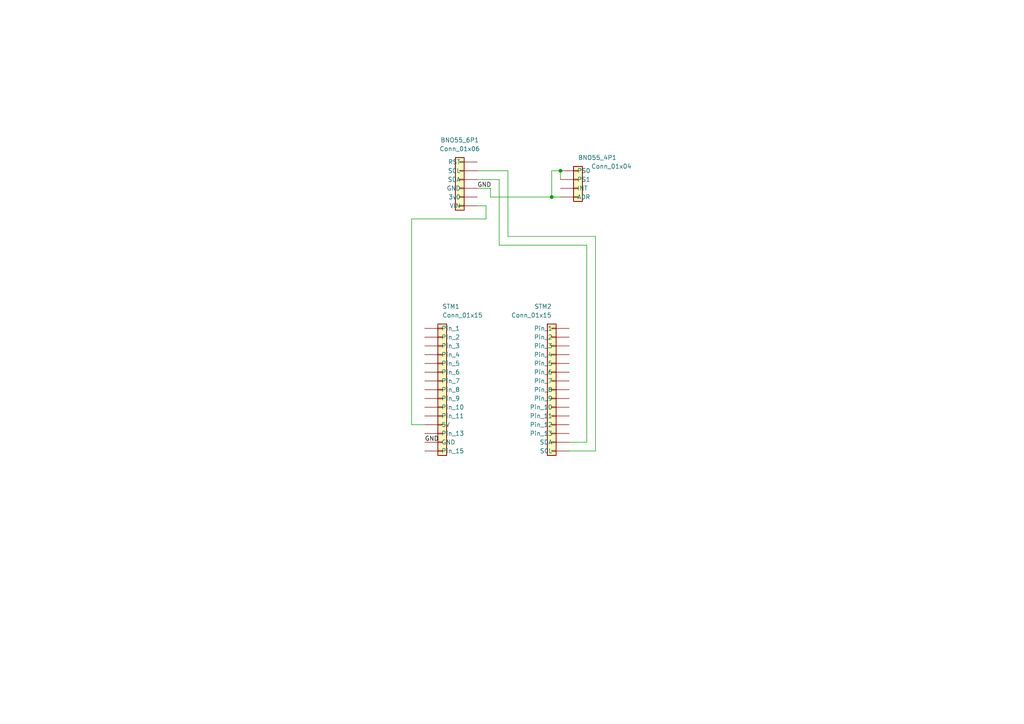
<source format=kicad_sch>
(kicad_sch (version 20211123) (generator eeschema)
  (paper "A4")
  (lib_symbols
    (symbol "Conn_01x15_1" (pin_numbers hide) (pin_names (offset 1.016))
      (property "Reference" "STM" (at 2.54 1.2701 0))
      (property "Value" "Conn_01x15_1" (at 2.54 -1.2699 0))
      (symbol "Conn_01x15_1_1_1"
        (rectangle (start -1.27 -17.653) (end 0 -17.907) (stroke (width 0.1524)))
        (rectangle (start -1.27 -15.113) (end 0 -15.367) (stroke (width 0.1524)))
        (rectangle (start -1.27 -12.573) (end 0 -12.827) (stroke (width 0.1524)))
        (rectangle (start -1.27 -10.033) (end 0 -10.287) (stroke (width 0.1524)))
        (rectangle (start -1.27 -7.493) (end 0 -7.747) (stroke (width 0.1524)))
        (rectangle (start -1.27 -4.953) (end 0 -5.207) (stroke (width 0.1524)))
        (rectangle (start -1.27 -2.413) (end 0 -2.667) (stroke (width 0.1524)))
        (rectangle (start -1.27 0.127) (end 0 -0.127) (stroke (width 0.1524)))
        (rectangle (start -1.27 2.667) (end 0 2.413) (stroke (width 0.1524)))
        (rectangle (start -1.27 5.207) (end 0 4.953) (stroke (width 0.1524)))
        (rectangle (start -1.27 7.747) (end 0 7.493) (stroke (width 0.1524)))
        (rectangle (start -1.27 10.287) (end 0 10.033) (stroke (width 0.1524)))
        (rectangle (start -1.27 12.827) (end 0 12.573) (stroke (width 0.1524)))
        (rectangle (start -1.27 15.367) (end 0 15.113) (stroke (width 0.1524)))
        (rectangle (start -1.27 17.907) (end 0 17.653) (stroke (width 0.1524)))
        (rectangle (start -1.27 19.05) (end 1.27 -19.05) (stroke (width 0.254)) (fill (type background)))
        (pin passive line (at -5.08 17.78 0) (length 3.81) (name "Pin_1") (number "1"))
        (pin passive line (at -5.08 -5.08 0) (length 3.81) (name "Pin_10") (number "10"))
        (pin passive line (at -5.08 -7.62 0) (length 3.81) (name "Pin_11") (number "11"))
        (pin passive line (at -5.08 -10.16 0) (length 3.81) (name "5V") (number "12"))
        (pin passive line (at -5.08 -12.7 0) (length 3.81) (name "Pin_13") (number "13"))
        (pin passive line (at -5.08 -15.24 0) (length 3.81) (name "GND") (number "14"))
        (pin passive line (at -5.08 -17.78 0) (length 3.81) (name "Pin_15") (number "15"))
        (pin passive line (at -5.08 15.24 0) (length 3.81) (name "Pin_2") (number "2"))
        (pin passive line (at -5.08 12.7 0) (length 3.81) (name "Pin_3") (number "3"))
        (pin passive line (at -5.08 10.16 0) (length 3.81) (name "Pin_4") (number "4"))
        (pin passive line (at -5.08 7.62 0) (length 3.81) (name "Pin_5") (number "5"))
        (pin passive line (at -5.08 5.08 0) (length 3.81) (name "Pin_6") (number "6"))
        (pin passive line (at -5.08 2.54 0) (length 3.81) (name "Pin_7") (number "7"))
        (pin passive line (at -5.08 0 0) (length 3.81) (name "Pin_8") (number "8"))
        (pin passive line (at -5.08 -2.54 0) (length 3.81) (name "Pin_9") (number "9"))
      )
    )
    (symbol "Connector_Generic:Conn_01x04" (pin_numbers hide) (pin_names (offset 1.016))
      (property "Reference" "J?" (at 2.54 0.0001 0))
      (property "Value" "Conn_01x04" (at 2.54 -2.5399 0))
      (symbol "Conn_01x04_1_1"
        (rectangle (start -1.27 -4.953) (end 0 -5.207) (stroke (width 0.1524)))
        (rectangle (start -1.27 -2.413) (end 0 -2.667) (stroke (width 0.1524)))
        (rectangle (start -1.27 0.127) (end 0 -0.127) (stroke (width 0.1524)))
        (rectangle (start -1.27 2.667) (end 0 2.413) (stroke (width 0.1524)))
        (rectangle (start -1.27 3.81) (end 1.27 -6.35) (stroke (width 0.254)) (fill (type background)))
        (pin passive line (at -5.08 2.54 0) (length 3.81) (name "PS0") (number "1"))
        (pin passive line (at -5.08 0 0) (length 3.81) (name "PS1") (number "2"))
        (pin passive line (at -5.08 -2.54 0) (length 3.81) (name "INT") (number "3"))
        (pin passive line (at -5.08 -5.08 0) (length 3.81) (name "ADR") (number "4"))
      )
    )
    (symbol "Connector_Generic:Conn_01x06" (pin_numbers hide) (pin_names (offset 1.016))
      (property "Reference" "J?" (at 0 -13.97 0))
      (property "Value" "Conn_01x06" (at 0 -11.43 0))
      (symbol "Conn_01x06_1_1"
        (rectangle (start -1.27 -7.493) (end 0 -7.747) (stroke (width 0.1524)))
        (rectangle (start -1.27 -4.953) (end 0 -5.207) (stroke (width 0.1524)))
        (rectangle (start -1.27 -2.413) (end 0 -2.667) (stroke (width 0.1524)))
        (rectangle (start -1.27 0.127) (end 0 -0.127) (stroke (width 0.1524)))
        (rectangle (start -1.27 2.667) (end 0 2.413) (stroke (width 0.1524)))
        (rectangle (start -1.27 5.207) (end 0 4.953) (stroke (width 0.1524)))
        (rectangle (start -1.27 6.35) (end 1.27 -8.89) (stroke (width 0.254)) (fill (type background)))
        (pin passive line (at -5.08 5.08 0) (length 3.81) (name "VIN") (number "1"))
        (pin passive line (at -5.08 2.54 0) (length 3.81) (name "3v0") (number "2"))
        (pin passive line (at -5.08 0 0) (length 3.81) (name "GND") (number "3"))
        (pin passive line (at -5.08 -2.54 0) (length 3.81) (name "SDA") (number "4"))
        (pin passive line (at -5.08 -5.08 0) (length 3.81) (name "SCL") (number "5"))
        (pin passive line (at -5.08 -7.62 0) (length 3.81) (name "RST") (number "6"))
      )
    )
    (symbol "Connector_Generic:Conn_01x15" (pin_numbers hide) (pin_names (offset 1.016))
      (property "Reference" "STM" (at 0 24.13 0))
      (property "Value" "Conn_01x15" (at 0 21.59 0))
      (symbol "Conn_01x15_1_1"
        (rectangle (start -1.27 -17.653) (end 0 -17.907) (stroke (width 0.1524)))
        (rectangle (start -1.27 -15.113) (end 0 -15.367) (stroke (width 0.1524)))
        (rectangle (start -1.27 -12.573) (end 0 -12.827) (stroke (width 0.1524)))
        (rectangle (start -1.27 -10.033) (end 0 -10.287) (stroke (width 0.1524)))
        (rectangle (start -1.27 -7.493) (end 0 -7.747) (stroke (width 0.1524)))
        (rectangle (start -1.27 -4.953) (end 0 -5.207) (stroke (width 0.1524)))
        (rectangle (start -1.27 -2.413) (end 0 -2.667) (stroke (width 0.1524)))
        (rectangle (start -1.27 0.127) (end 0 -0.127) (stroke (width 0.1524)))
        (rectangle (start -1.27 2.667) (end 0 2.413) (stroke (width 0.1524)))
        (rectangle (start -1.27 5.207) (end 0 4.953) (stroke (width 0.1524)))
        (rectangle (start -1.27 7.747) (end 0 7.493) (stroke (width 0.1524)))
        (rectangle (start -1.27 10.287) (end 0 10.033) (stroke (width 0.1524)))
        (rectangle (start -1.27 12.827) (end 0 12.573) (stroke (width 0.1524)))
        (rectangle (start -1.27 15.367) (end 0 15.113) (stroke (width 0.1524)))
        (rectangle (start -1.27 17.907) (end 0 17.653) (stroke (width 0.1524)))
        (rectangle (start -1.27 19.05) (end 1.27 -19.05) (stroke (width 0.254)) (fill (type background)))
        (pin passive line (at -5.08 17.78 0) (length 3.81) (name "Pin_1") (number "1"))
        (pin passive line (at -5.08 -5.08 0) (length 3.81) (name "Pin_10") (number "10"))
        (pin passive line (at -5.08 -7.62 0) (length 3.81) (name "Pin_11") (number "11"))
        (pin passive line (at -5.08 -10.16 0) (length 3.81) (name "Pin_12") (number "12"))
        (pin passive line (at -5.08 -12.7 0) (length 3.81) (name "Pin_13") (number "13"))
        (pin passive line (at -5.08 -15.24 0) (length 3.81) (name "SDA") (number "14"))
        (pin passive line (at -5.08 -17.78 0) (length 3.81) (name "SCL") (number "15"))
        (pin passive line (at -5.08 15.24 0) (length 3.81) (name "Pin_2") (number "2"))
        (pin passive line (at -5.08 12.7 0) (length 3.81) (name "Pin_3") (number "3"))
        (pin passive line (at -5.08 10.16 0) (length 3.81) (name "Pin_4") (number "4"))
        (pin passive line (at -5.08 7.62 0) (length 3.81) (name "Pin_5") (number "5"))
        (pin passive line (at -5.08 5.08 0) (length 3.81) (name "Pin_6") (number "6"))
        (pin passive line (at -5.08 2.54 0) (length 3.81) (name "Pin_7") (number "7"))
        (pin passive line (at -5.08 0 0) (length 3.81) (name "Pin_8") (number "8"))
        (pin passive line (at -5.08 -2.54 0) (length 3.81) (name "Pin_9") (number "9"))
      )
    )
  )
  (junction (at 160.02 57.15))
  (junction (at 162.56 49.53))
  (wire (pts (xy 147.32 49.53) (xy 138.43 49.53)))
  (wire (pts (xy 162.56 57.15) (xy 160.02 57.15)))
  (wire (pts (xy 138.43 54.61) (xy 142.24 54.61)))
  (wire (pts (xy 160.02 49.53) (xy 162.56 49.53)))
  (wire (pts (xy 160.02 57.15) (xy 142.24 57.15)))
  (wire (pts (xy 123.19 123.19) (xy 119.38 123.19)))
  (wire (pts (xy 144.78 71.12) (xy 144.78 52.07)))
  (wire (pts (xy 165.1 130.81) (xy 172.72 130.81)))
  (wire (pts (xy 170.18 128.27) (xy 170.18 71.12)))
  (wire (pts (xy 165.1 128.27) (xy 170.18 128.27)))
  (wire (pts (xy 119.38 123.19) (xy 119.38 63.5)))
  (wire (pts (xy 162.56 49.53) (xy 162.56 52.07)))
  (wire (pts (xy 172.72 130.81) (xy 172.72 68.58)))
  (wire (pts (xy 144.78 52.07) (xy 138.43 52.07)))
  (wire (pts (xy 140.97 63.5) (xy 140.97 59.69)))
  (wire (pts (xy 160.02 57.15) (xy 160.02 49.53)))
  (wire (pts (xy 142.24 57.15) (xy 142.24 54.61)))
  (wire (pts (xy 138.43 59.69) (xy 140.97 59.69)))
  (wire (pts (xy 119.38 63.5) (xy 140.97 63.5)))
  (wire (pts (xy 147.32 68.58) (xy 147.32 49.53)))
  (wire (pts (xy 170.18 71.12) (xy 144.78 71.12)))
  (wire (pts (xy 172.72 68.58) (xy 147.32 68.58)))
  (label "GND" (at 138.43 54.61 0))
  (label "GND" (at 123.19 128.27 0))
  (symbol (lib_id "Connector_Generic:Conn_01x15") (at 160.02 113.03 0) (mirror y) (unit 1)
    (property "Reference" "STM2" (at 160.02 88.9 0) (effects (justify left)))
    (property "Value" "Conn_01x15" (at 160.02 91.44 0) (effects (justify left)))
    (property "Footprint" "Connector_PinSocket_2.54mm:PinSocket_1x15_P2.54mm_Vertical" (effects hide))
  )
  (symbol (lib_id "Connector_Generic:Conn_01x06") (at 133.35 54.61 180) (unit 1)
    (property "Reference" "BNO55_6P1" (at 133.35 40.64 0))
    (property "Value" "Conn_01x06" (at 133.35 43.18 0))
    (property "Footprint" "Connector_PinSocket_2.54mm:PinSocket_1x06_P2.54mm_Vertical" (effects hide))
  )
  (symbol (lib_id "Connector_Generic:Conn_01x04") (at 167.64 52.07 0) (unit 1)
    (property "Reference" "BNO55_4P1" (at 167.64 45.72 0) (effects (justify left)))
    (property "Value" "Conn_01x04" (at 171.45 48.26 0) (effects (justify left)))
    (property "Footprint" "Connector_PinSocket_2.54mm:PinSocket_1x04_P2.54mm_Vertical" (effects hide))
  )
  (symbol (lib_name "Conn_01x15_1") (lib_id "Connector_Generic:Conn_01x15") (at 128.27 113.03 0) (unit 1)
    (property "Reference" "STM1" (at 128.27 88.9 0) (effects (justify left)))
    (property "Value" "Conn_01x15" (at 128.27 91.44 0) (effects (justify left)))
    (property "Footprint" "Connector_PinSocket_2.54mm:PinSocket_1x15_P2.54mm_Vertical" (effects hide))
  )
)
</source>
